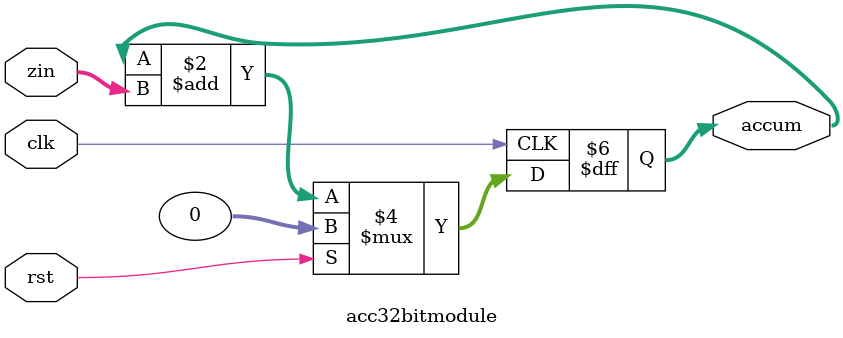
<source format=sv>
module acc32bitmodule(input logic signed [15:0] zin, 
                      input logic clk, rst, 
                      output logic signed [31:0] accum);
		
always @(posedge clk)
  begin
    if (rst) accum <= 32'b0;
    else accum <= accum + zin;
  end

endmodule

/*
Este módulo suma todas las multiplicaciones hechas por el
módulo multiplicador en un registro de 32 bits (accum).
Al terminar de acumular todos los valores, el valor final
es pasado al módulo de activación.
*/
</source>
